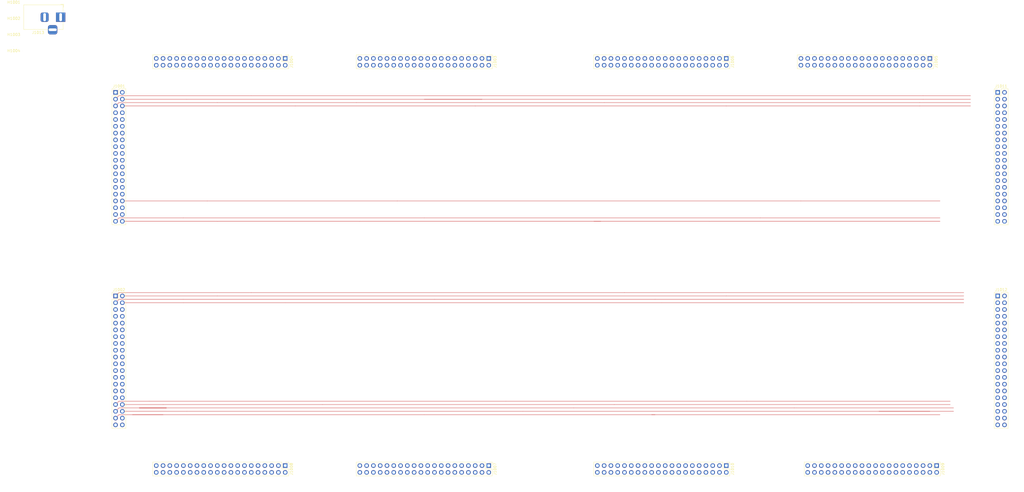
<source format=kicad_pcb>
(kicad_pcb (version 20240108) (generator "pcbnew") (generator_version "8.0")
  (title_block (title "SlothPU16 Backplane"))
  (layers (0 "F.Cu" signal) (31 "B.Cu" signal) (34 "B.Paste" user) (35 "F.Paste" user) (36 "B.SilkS" user "B.Silkscreen") (37 "F.SilkS" user "F.Silkscreen") (38 "B.Mask" user) (39 "F.Mask" user) (44 "Edge.Cuts" user))
  (net 0 "")
  (net 1 "/B1")
  (net 2 "/A6")
  (net 3 "/B10")
  (net 5 "/A7")
  (net 6 "/B4")
  (net 7 "/A13")
  (net 8 "/B13")
  (net 9 "/CLOCK")
  (net 10 "+5V")
  (net 12 "/A11")
  (net 13 "/B3")
  (net 14 "/A14")
  (net 15 "/A12")
  (net 16 "/B0")
  (net 17 "/B8")
  (net 18 "/A15")
  (net 19 "/RESET")
  (net 20 "/B9")
  (net 23 "/B5")
  (net 24 "/B14")
  (net 25 "/A2")
  (net 26 "/B6")
  (net 27 "/A5")
  (net 28 "/A0")
  (net 29 "/A1")
  (net 30 "/A10")
  (net 31 "/B12")
  (net 32 "/A8")
  (net 33 "/B7")
  (net 34 "/B2")
  (net 35 "/A9")
  (net 36 "/B11")
  (net 37 "/A4")
  (net 38 "/B15")
  (net 39 "/A3")
  (net 40 "/C13")
  (net 41 "/C1")
  (net 43 "/I3")
  (net 44 "/C15")
  (net 45 "/I10")
  (net 46 "/I2")
  (net 47 "/C0")
  (net 48 "/Cycle0")
  (net 49 "GND")
  (net 50 "/I14")
  (net 51 "/C9")
  (net 52 "/I4")
  (net 53 "/I12")
  (net 54 "/C11")
  (net 55 "/C2")
  (net 56 "/I13")
  (net 57 "/C14")
  (net 58 "/I11")
  (net 59 "/Cycle1")
  (net 60 "/C8")
  (net 61 "/I9")
  (net 62 "/C7")
  (net 63 "/Cycle2")
  (net 64 "/I5")
  (net 65 "/C12")
  (net 66 "/I7")
  (net 67 "/Cycle3")
  (net 68 "/C10")
  (net 69 "/I0")
  (net 70 "/C4")
  (net 71 "/I15")
  (net 72 "/I8")
  (net 73 "/C6")
  (net 74 "/C3")
  (net 75 "/Cycle4")
  (net 76 "/I6")
  (net 77 "/I1")
  (net 78 "/C5")
  (footprint "Connector_PinHeader_2.54mm:PinHeader_2x20_P2.54mm_Vertical" (layer "F.Cu") (at 50.8 76.2)
    (property "Reference" "J1001")
    (property "Value" "Conn_02x20_Odd_Even")
  )
  (footprint "Connector_PinHeader_2.54mm:PinHeader_2x20_P2.54mm_Vertical" (layer "F.Cu") (at 381 76.2)
    (property "Reference" "J1011")
    (property "Value" "Conn_02x20_Odd_Even")
  )
  (footprint "Connector_PinHeader_2.54mm:PinHeader_2x20_P2.54mm_Vertical" (layer "F.Cu") (at 190.5 63.5 -90)
    (property "Reference" "J1003")
    (property "Value" "Conn_02x20_Odd_Even")
  )
  (footprint "Connector_PinHeader_2.54mm:PinHeader_2x20_P2.54mm_Vertical" (layer "F.Cu") (at 114.3 63.5 -90)
    (property "Reference" "J1004")
    (property "Value" "Conn_02x20_Odd_Even")
  )
  (footprint "Connector_PinHeader_2.54mm:PinHeader_2x20_P2.54mm_Vertical" (layer "F.Cu") (at 190.5 215.9 -90)
    (property "Reference" "J1007")
    (property "Value" "Conn_02x20_Odd_Even")
  )
  (footprint "MountingHole:MountingHole_2.7mm_M2.5_ISO7380" (layer "F.Cu") (at 12.7 63.87)
    (property "Reference" "H1004")
    (property "Value" "MountingHole")
  )
  (footprint "Connector_PinHeader_2.54mm:PinHeader_2x20_P2.54mm_Vertical" (layer "F.Cu") (at 50.8 152.4)
    (property "Reference" "J1002")
    (property "Value" "Conn_02x20_Odd_Even")
  )
  (footprint "Connector_PinHeader_2.54mm:PinHeader_2x20_P2.54mm_Vertical" (layer "F.Cu") (at 358.14 215.9 -90)
    (property "Reference" "J1009")
    (property "Value" "Conn_02x20_Odd_Even")
  )
  (footprint "Connector_PinHeader_2.54mm:PinHeader_2x20_P2.54mm_Vertical" (layer "F.Cu") (at 279.4 215.9 -90)
    (property "Reference" "J1010")
    (property "Value" "Conn_02x20_Odd_Even")
  )
  (footprint "Connector_PinHeader_2.54mm:PinHeader_2x20_P2.54mm_Vertical" (layer "F.Cu") (at 355.6 63.5 -90)
    (property "Reference" "J1005")
    (property "Value" "Conn_02x20_Odd_Even")
  )
  (footprint "Connector_PinHeader_2.54mm:PinHeader_2x20_P2.54mm_Vertical" (layer "F.Cu") (at 279.4 63.5 -90)
    (property "Reference" "J1006")
    (property "Value" "Conn_02x20_Odd_Even")
  )
  (footprint "MountingHole:MountingHole_2.7mm_M2.5_ISO7380" (layer "F.Cu") (at 12.7 57.82)
    (property "Reference" "H1003")
    (property "Value" "MountingHole")
  )
  (footprint "MountingHole:MountingHole_2.7mm_M2.5_ISO7380" (layer "F.Cu") (at 12.7 45.72)
    (property "Reference" "H1001")
    (property "Value" "MountingHole")
  )
  (footprint "MountingHole:MountingHole_2.7mm_M2.5_ISO7380" (layer "F.Cu") (at 12.7 51.77)
    (property "Reference" "H1002")
    (property "Value" "MountingHole")
  )
  (footprint "Connector_BarrelJack:BarrelJack_Horizontal" (layer "F.Cu") (at 30.25 48.055)
    (property "Reference" "J1013")
    (property "Value" "Barrel_Jack_Switch")
  )
  (footprint "Connector_PinHeader_2.54mm:PinHeader_2x20_P2.54mm_Vertical" (layer "F.Cu") (at 381 152.4)
    (property "Reference" "J1012")
    (property "Value" "Conn_02x20_Odd_Even")
  )
  (footprint "Connector_PinHeader_2.54mm:PinHeader_2x20_P2.54mm_Vertical" (layer "F.Cu") (at 114.3 215.9 -90)
    (property "Reference" "J1008")
    (property "Value" "Conn_02x20_Odd_Even")
  )
  (segment (start 273.05 124.46) (end 359.41 124.46) (width 0.127) (layer "F.Cu") (net 9))
  (segment (start 232.41 124.46) (end 229.87 124.46) (width 0.127) (layer "F.Cu") (net 9))
  (segment (start 142.24 124.46) (end 232.41 124.46) (width 0.127) (layer "F.Cu") (net 9))
  (segment (start 229.87 124.46) (end 273.05 124.46) (width 0.127) (layer "F.Cu") (net 9))
  (segment (start 88.9 124.46) (end 142.24 124.46) (width 0.127) (layer "F.Cu") (net 9))
  (segment (start 53.34 124.46) (end 88.9 124.46) (width 0.127) (layer "F.Cu") (net 9))
  (segment (start 292.1 123.19) (end 359.41 123.19) (width 0.127) (layer "F.Cu") (net 19))
  (segment (start 76.2 123.19) (end 166.37 123.19) (width 0.127) (layer "F.Cu") (net 19))
  (segment (start 52.07 123.19) (end 76.2 123.19) (width 0.127) (layer "F.Cu") (net 19))
  (segment (start 166.37 123.19) (end 292.1 123.19) (width 0.127) (layer "F.Cu") (net 19))
  (segment (start 50.8 124.46) (end 52.07 123.19) (width 0.127) (layer "F.Cu") (net 19))
  (segment (start 88.9 80.01) (end 140.97 80.01) (width 0.127) (layer "F.Cu") (net 25))
  (segment (start 50.8 81.28) (end 52.07 80.01) (width 0.127) (layer "F.Cu") (net 25))
  (segment (start 233.68 80.01) (end 351.79 80.01) (width 0.127) (layer "F.Cu") (net 25))
  (segment (start 140.97 80.01) (end 233.68 80.01) (width 0.127) (layer "F.Cu") (net 25))
  (segment (start 351.79 80.01) (end 370.84 80.01) (width 0.127) (layer "F.Cu") (net 25))
  (segment (start 52.07 80.01) (end 88.9 80.01) (width 0.127) (layer "F.Cu") (net 25))
  (segment (start 101.6 77.47) (end 353.06 77.47) (width 0.127) (layer "F.Cu") (net 28))
  (segment (start 50.8 78.74) (end 52.07 77.47) (width 0.127) (layer "F.Cu") (net 28))
  (segment (start 353.06 77.47) (end 370.84 77.47) (width 0.127) (layer "F.Cu") (net 28))
  (segment (start 52.07 77.47) (end 101.6 77.47) (width 0.127) (layer "F.Cu") (net 28))
  (segment (start 166.37 78.74) (end 353.06 78.74) (width 0.127) (layer "F.Cu") (net 29))
  (segment (start 53.34 78.74) (end 77.47 78.74) (width 0.127) (layer "F.Cu") (net 29))
  (segment (start 77.47 78.74) (end 187.96 78.74) (width 0.127) (layer "F.Cu") (net 29))
  (segment (start 187.96 78.74) (end 166.37 78.74) (width 0.127) (layer "F.Cu") (net 29))
  (segment (start 353.06 78.74) (end 370.84 78.74) (width 0.127) (layer "F.Cu") (net 29))
  (segment (start 156.21 116.84) (end 307.34 116.84) (width 0.127) (layer "F.Cu") (net 38))
  (segment (start 53.34 116.84) (end 85.09 116.84) (width 0.127) (layer "F.Cu") (net 38))
  (segment (start 307.34 116.84) (end 359.41 116.84) (width 0.127) (layer "F.Cu") (net 38))
  (segment (start 85.09 116.84) (end 156.21 116.84) (width 0.127) (layer "F.Cu") (net 38))
  (segment (start 351.79 81.28) (end 370.84 81.28) (width 0.127) (layer "F.Cu") (net 39))
  (segment (start 279.4 81.28) (end 351.79 81.28) (width 0.127) (layer "F.Cu") (net 39))
  (segment (start 118.11 81.28) (end 185.42 81.28) (width 0.127) (layer "F.Cu") (net 39))
  (segment (start 53.34 81.28) (end 118.11 81.28) (width 0.127) (layer "F.Cu") (net 39))
  (segment (start 185.42 81.28) (end 279.4 81.28) (width 0.127) (layer "F.Cu") (net 39))
  (segment (start 53.34 152.4) (end 88.9 152.4) (width 0.127) (layer "F.Cu") (net 41))
  (segment (start 279.4 152.4) (end 368.3 152.4) (width 0.127) (layer "F.Cu") (net 41))
  (segment (start 88.9 152.4) (end 279.4 152.4) (width 0.127) (layer "F.Cu") (net 41))
  (segment (start 101.6 151.13) (end 241.3 151.13) (width 0.127) (layer "F.Cu") (net 47))
  (segment (start 52.07 151.13) (end 101.6 151.13) (width 0.127) (layer "F.Cu") (net 47))
  (segment (start 241.3 151.13) (end 368.3 151.13) (width 0.127) (layer "F.Cu") (net 47))
  (segment (start 50.8 152.4) (end 52.07 151.13) (width 0.127) (layer "F.Cu") (net 47))
  (segment (start 63.5 191.77) (end 196.85 191.77) (width 0.127) (layer "F.Cu") (net 48))
  (segment (start 196.85 191.77) (end 287.02 191.77) (width 0.127) (layer "F.Cu") (net 48))
  (segment (start 287.02 191.77) (end 363.22 191.77) (width 0.127) (layer "F.Cu") (net 48))
  (segment (start 52.07 191.77) (end 63.5 191.77) (width 0.127) (layer "F.Cu") (net 48))
  (segment (start 50.8 193.04) (end 52.07 191.77) (width 0.127) (layer "F.Cu") (net 48))
  (segment (start 52.07 153.67) (end 76.2 153.67) (width 0.127) (layer "F.Cu") (net 55))
  (segment (start 170.18 153.67) (end 252.73 153.67) (width 0.127) (layer "F.Cu") (net 55))
  (segment (start 50.8 154.94) (end 52.07 153.67) (width 0.127) (layer "F.Cu") (net 55))
  (segment (start 76.2 153.67) (end 170.18 153.67) (width 0.127) (layer "F.Cu") (net 55))
  (segment (start 252.73 153.67) (end 368.3 153.67) (width 0.127) (layer "F.Cu") (net 55))
  (segment (start 53.34 193.04) (end 68.58 193.04) (width 0.127) (layer "F.Cu") (net 59))
  (segment (start 128.27 193.04) (end 237.49 193.04) (width 0.127) (layer "F.Cu") (net 59))
  (segment (start 237.49 193.04) (end 363.22 193.04) (width 0.127) (layer "F.Cu") (net 59))
  (segment (start 68.58 193.04) (end 128.27 193.04) (width 0.127) (layer "F.Cu") (net 59))
  (segment (start 59.69 194.31) (end 222.25 194.31) (width 0.127) (layer "F.Cu") (net 63))
  (segment (start 69.85 194.31) (end 59.69 194.31) (width 0.127) (layer "F.Cu") (net 63))
  (segment (start 52.07 194.31) (end 69.85 194.31) (width 0.127) (layer "F.Cu") (net 63))
  (segment (start 304.8 194.31) (end 364.49 194.31) (width 0.127) (layer "F.Cu") (net 63))
  (segment (start 50.8 195.58) (end 52.07 194.31) (width 0.127) (layer "F.Cu") (net 63))
  (segment (start 222.25 194.31) (end 304.8 194.31) (width 0.127) (layer "F.Cu") (net 63))
  (segment (start 77.47 195.58) (end 203.2 195.58) (width 0.127) (layer "F.Cu") (net 67))
  (segment (start 53.34 195.58) (end 77.47 195.58) (width 0.127) (layer "F.Cu") (net 67))
  (segment (start 203.2 195.58) (end 355.6 195.58) (width 0.127) (layer "F.Cu") (net 67))
  (segment (start 336.55 195.58) (end 364.49 195.58) (width 0.127) (layer "F.Cu") (net 67))
  (segment (start 355.6 195.58) (end 336.55 195.58) (width 0.127) (layer "F.Cu") (net 67))
  (segment (start 326.39 154.94) (end 368.3 154.94) (width 0.127) (layer "F.Cu") (net 74))
  (segment (start 53.34 154.94) (end 76.2 154.94) (width 0.127) (layer "F.Cu") (net 74))
  (segment (start 114.3 154.94) (end 255.27 154.94) (width 0.127) (layer "F.Cu") (net 74))
  (segment (start 76.2 154.94) (end 114.3 154.94) (width 0.127) (layer "F.Cu") (net 74))
  (segment (start 255.27 154.94) (end 326.39 154.94) (width 0.127) (layer "F.Cu") (net 74))
  (segment (start 52.07 196.85) (end 68.58 196.85) (width 0.127) (layer "F.Cu") (net 75))
  (segment (start 57.15 196.85) (end 166.37 196.85) (width 0.127) (layer "F.Cu") (net 75))
  (segment (start 166.37 196.85) (end 252.73 196.85) (width 0.127) (layer "F.Cu") (net 75))
  (segment (start 68.58 196.85) (end 57.15 196.85) (width 0.127) (layer "F.Cu") (net 75))
  (segment (start 50.8 198.12) (end 52.07 196.85) (width 0.127) (layer "F.Cu") (net 75))
  (segment (start 251.46 196.85) (end 359.41 196.85) (width 0.127) (layer "F.Cu") (net 75))
  (segment (start 252.73 196.85) (end 251.46 196.85) (width 0.127) (layer "F.Cu") (net 75))
)
</source>
